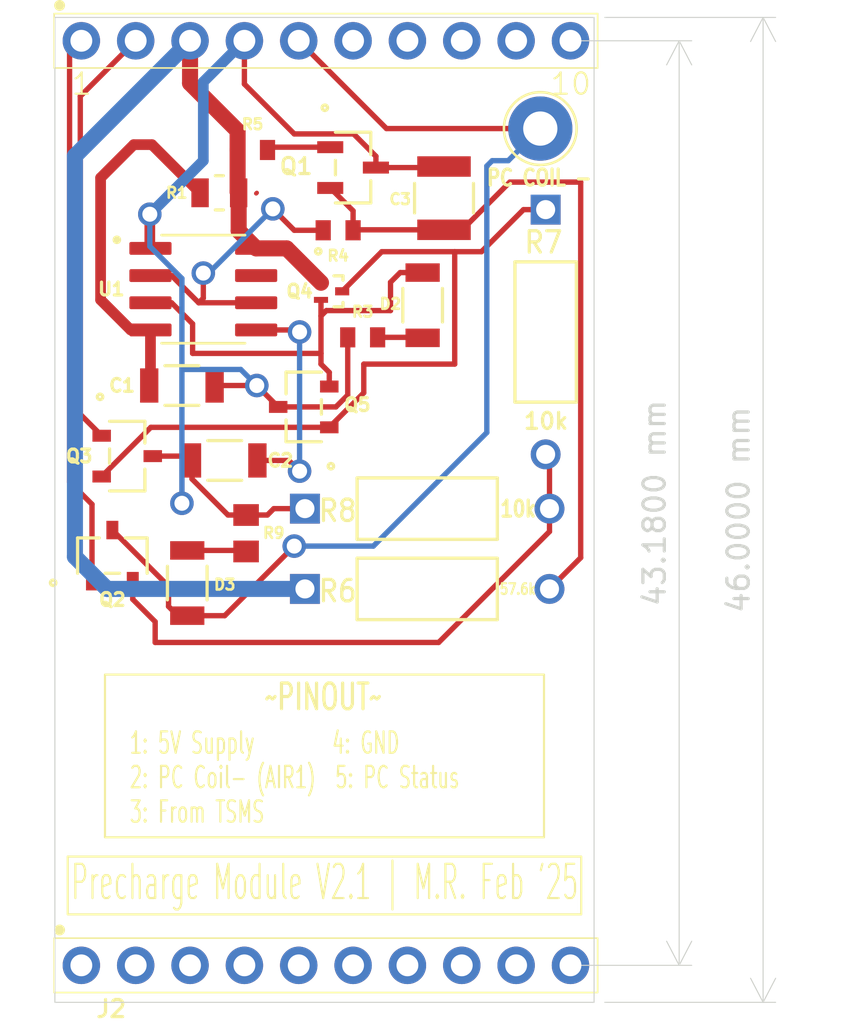
<source format=kicad_pcb>
(kicad_pcb (version 20240108) (generator "pcbnew") (generator_version "8.0")
  (layers (0 "F.Cu" signal) (31 "B.Cu" signal) (34 "B.Paste" user) (35 "F.Paste" user) (36 "B.SilkS" user "B.Silkscreen") (37 "F.SilkS" user "F.Silkscreen") (38 "B.Mask" user) (39 "F.Mask" user) (44 "Edge.Cuts" user))
  (net 0 "")
  (net 1 "Net-(Q1-C)")
  (net 2 "Net-(U1-CV)")
  (net 3 "Net-(U1-R)")
  (net 4 "Net-(D2-K)")
  (net 5 "Net-(D2-A)")
  (net 6 "Net-(D3-A)")
  (net 7 "Net-(D3-K)")
  (net 8 "Net-(Q2-D)")
  (net 10 "Net-(Q3-D)")
  (net 12 "Net-(Q1-E)")
  (net 13 "Net-(Q1-B)")
  (net 14 "Net-(Q2-G)")
  (net 15 "Net-(U1-THR)")
  (net 17 "Net-(Q4-D)")
  (net 18 "Net-(Q3-G)")
  (footprint "Yellow RTDS LED:LED_AP3216SYD_KNB" (layer "F.Cu") (at 55.75 50.726 -90)
    (property "Reference" "D3" (at 0.074 -1.75 0) (layer "F.SilkS") (effects (font (size 0.5 0.5) (thickness 0.125))))
    (property "Value" "LED (Test)")
    (fp_line (start -0.78465 0.9271) (end 0.78465 0.9271) (stroke (width 0.1524)) (layer "F.SilkS"))
    (fp_line (start 0.78465 -0.9271) (end -0.78465 -0.9271) (stroke (width 0.1524)) (layer "F.SilkS"))
    (pad "1" smd rect (at -1.524 0 270) (size 0.8636 1.6002) (layers "F.Cu" "F.Paste" "F.Mask") (net 7 "Net-(D3-K)"))
    (pad "2" smd rect (at 1.524 0 270) (size 0.8636 1.6002) (layers "F.Cu" "F.Paste" "F.Mask") (net 6 "Net-(D3-A)"))
  )
  (footprint "PMOS:VESM_TOS" (layer "F.Cu") (at 62.4953 37.09995 -90)
    (property "Reference" "Q4" (at 0.00005 1.4953 0) (layer "F.SilkS") (effects (font (size 0.6 0.6))))
    (property "Value" "PMOS")
    (fp_line (start 0.7239 -0.112037) (end 0.7239 -0.5334) (stroke (width 0.1524)) (layer "F.SilkS"))
    (fp_line (start -0.7239 -0.5334) (end -0.7239 -0.112037) (stroke (width 0.1524)) (layer "F.SilkS"))
    (fp_line (start -0.52324 -0.5334) (end -0.7239 -0.5334) (stroke (width 0.1524)) (layer "F.SilkS"))
    (fp_line (start 0.7239 -0.5334) (end 0.52324 -0.5334) (stroke (width 0.1524)) (layer "F.SilkS"))
    (fp_circle (center -1.8669 0.6223) (end -1.7399 0.6223) (stroke (width 0.1524)) (fill none) (layer "F.SilkS"))
    (pad "1" smd rect (at -0.40005 0.4953 270) (size 0.2794 0.6604) (layers "F.Cu" "F.Paste" "F.Mask") (net 17 "Net-(Q4-D)"))
    (pad "2" smd rect (at 0.40005 0.4953 270) (size 0.2794 0.6604) (layers "F.Cu" "F.Paste" "F.Mask") (net 5 "Net-(D2-A)"))
    (pad "3" smd rect (at 0 -0.4953 270) (size 0.381 0.6604) (layers "F.Cu" "F.Paste" "F.Mask") (net 18 "Net-(Q3-G)"))
  )
  (footprint "CF14JT10K0:STA_CF14_STP" (layer "F.Cu") (at 61.25 51)
    (property "Reference" "R6" (at 1.53 0.1 0) (layer "F.SilkS") (effects (font (size 1 0.9))))
    (property "Value" "57.6k")
    (fp_line (start 2.4384 -1.4351) (end 2.4384 1.4351) (stroke (width 0.1524)) (layer "F.SilkS"))
    (fp_line (start 2.4384 1.4351) (end 8.9916 1.4351) (stroke (width 0.1524)) (layer "F.SilkS"))
    (fp_line (start 8.9916 -1.4351) (end 2.4384 -1.4351) (stroke (width 0.1524)) (layer "F.SilkS"))
    (fp_line (start 8.9916 1.4351) (end 8.9916 -1.4351) (stroke (width 0.1524)) (layer "F.SilkS"))
    (pad "1" thru_hole rect (at 0 0) (size 1.397 1.397) (drill 0.889) (layers "*.Cu" "*.Mask") (net 17 "Net-(Q4-D)"))
    (pad "2" thru_hole circle (at 11.43 0) (size 1.397 1.397) (drill 0.889) (layers "*.Cu" "*.Mask") (net 12 "Net-(Q1-E)"))
  )
  (footprint "NMOS:SOT23_INF" (layer "F.Cu") (at 52.25 49.4438)
    (property "Reference" "Q2" (at 0 2.0562 0) (layer "F.SilkS") (effects (font (size 0.6 0.6))))
    (property "Value" "NMOS")
    (fp_line (start -1.6256 -0.8255) (end -1.6256 0.8255) (stroke (width 0.1524)) (layer "F.SilkS"))
    (fp_line (start -0.61214 -0.8255) (end -1.6256 -0.8255) (stroke (width 0.1524)) (layer "F.SilkS"))
    (fp_line (start -0.34036 0.8255) (end 0.34036 0.8255) (stroke (width 0.1524)) (layer "F.SilkS"))
    (fp_line (start 1.6256 -0.8255) (end 0.61214 -0.8255) (stroke (width 0.1524)) (layer "F.SilkS"))
    (fp_line (start 1.6256 0.8255) (end 1.6256 -0.8255) (stroke (width 0.1524)) (layer "F.SilkS"))
    (fp_circle (center -2.7686 1.27) (end -2.6416 1.27) (stroke (width 0.1524)) (fill none) (layer "F.SilkS"))
    (pad "1" smd rect (at -0.9525 1.1938) (size 0.5588 0.8636) (layers "F.Cu" "F.Paste" "F.Mask") (net 8 "Net-(Q2-D)"))
    (pad "2" smd rect (at 0.9525 1.1938) (size 0.5588 0.8636) (layers "F.Cu" "F.Paste" "F.Mask") (net 14 "Net-(Q2-G)"))
    (pad "3" smd rect (at 0 -1.1938) (size 0.5588 0.8636) (layers "F.Cu" "F.Paste" "F.Mask") (net 6 "Net-(D3-A)"))
  )
  (footprint "TestPoint:TestPoint_Loop_D2.60mm_Drill1.6mm_Beaded" (layer "F.Cu") (at 72.25 29.5)
    (property "Reference" "PC COIL -" (at -0.05 2.3 0) (layer "F.SilkS") (effects (font (size 0.75 0.6))))
    (property "Value" "TestPoint")
    (fp_circle (center 0 0) (end 1.7 0) (stroke (width 0.12)) (fill none) (layer "F.SilkS"))
    (pad "1" thru_hole circle (at 0 0) (size 3 3) (drill 1.6) (layers "*.Cu" "*.Mask") (net 6 "Net-(D3-A)"))
  )
  (footprint "Transistor:SOT-23_MCC" (layer "F.Cu") (at 63.5 31.3215 -90)
    (property "Reference" "Q1" (at -0.0609 2.663 0) (layer "F.SilkS") (effects (font (size 0.75 0.75))))
    (property "Value" "SS8550")
    (fp_line (start -0.34036 0.8255) (end 0.34036 0.8255) (stroke (width 0.1524)) (layer "F.SilkS"))
    (fp_line (start 1.651 0.8255) (end 1.651 -0.8255) (stroke (width 0.1524)) (layer "F.SilkS"))
    (fp_line (start -1.651 -0.8255) (end -1.651 0.8255) (stroke (width 0.1524)) (layer "F.SilkS"))
    (fp_line (start -0.61214 -0.8255) (end -1.651 -0.8255) (stroke (width 0.1524)) (layer "F.SilkS"))
    (fp_line (start 1.651 -0.8255) (end 0.61214 -0.8255) (stroke (width 0.1524)) (layer "F.SilkS"))
    (fp_circle (center -2.794 1.3208) (end -2.667 1.3208) (stroke (width 0.1524)) (fill none) (layer "F.SilkS"))
    (pad "1" smd rect (at -0.9525 1.0668 270) (size 0.5588 1.2192) (layers "F.Cu" "F.Paste" "F.Mask") (net 13 "Net-(Q1-B)"))
    (pad "2" smd rect (at 0.9525 1.0668 270) (size 0.5588 1.2192) (layers "F.Cu" "F.Paste" "F.Mask") (net 12 "Net-(Q1-E)"))
    (pad "3" smd rect (at 0 -1.0668 270) (size 0.5588 1.2192) (layers "F.Cu" "F.Paste" "F.Mask") (net 1 "Net-(Q1-C)"))
  )
  (footprint "1k Resistor:STA_RMCF0603_STP" (layer "F.Cu") (at 63.9485 39.25 180)
    (property "Reference" "R3" (at 0 1.1916 0) (layer "F.SilkS") (effects (font (size 0.5 0.5) (thickness 0.125))))
    (property "Value" "1k")
    (pad "1" smd rect (at -0.6985 0 180) (size 0.7112 0.9398) (layers "F.Cu" "F.Paste" "F.Mask") (net 4 "Net-(D2-K)"))
    (pad "2" smd rect (at 0.6985 0 180) (size 0.7112 0.9398) (layers "F.Cu" "F.Paste" "F.Mask") (net 1 "Net-(Q1-C)"))
  )
  (footprint "Capacitor 47u:CAP_CL32_SAM" (layer "F.Cu") (at 67.75 32.75 90)
    (property "Reference" "C3" (at -0.05 -2.05 0) (layer "F.SilkS") (effects (font (size 0.5 0.5) (thickness 0.125))))
    (property "Value" "47u")
    (fp_line (start 0.692451 -1.377) (end -0.692451 -1.377) (stroke (width 0.1524)) (layer "F.SilkS"))
    (fp_line (start -0.692451 1.377) (end 0.692451 1.377) (stroke (width 0.1524)) (layer "F.SilkS"))
    (pad "1" smd rect (at -1.477801 0 90) (size 0.9556 2.5) (layers "F.Cu" "F.Paste" "F.Mask") (net 12 "Net-(Q1-E)"))
    (pad "2" smd rect (at 1.477801 0 90) (size 0.9556 2.5) (layers "F.Cu" "F.Paste" "F.Mask") (net 1 "Net-(Q1-C)"))
  )
  (footprint "NMOS:SOT23_INF" (layer "F.Cu") (at 61.1938 42.5 90)
    (property "Reference" "Q5" (at 0.1 2.5062 0) (layer "F.SilkS") (effects (font (size 0.6 0.6))))
    (property "Value" "NMOS")
    (fp_line (start 1.6256 -0.8255) (end 0.61214 -0.8255) (stroke (width 0.1524)) (layer "F.SilkS"))
    (fp_line (start -0.61214 -0.8255) (end -1.6256 -0.8255) (stroke (width 0.1524)) (layer "F.SilkS"))
    (fp_line (start -1.6256 -0.8255) (end -1.6256 0.8255) (stroke (width 0.1524)) (layer "F.SilkS"))
    (fp_line (start 1.6256 0.8255) (end 1.6256 -0.8255) (stroke (width 0.1524)) (layer "F.SilkS"))
    (fp_line (start -0.34036 0.8255) (end 0.34036 0.8255) (stroke (width 0.1524)) (layer "F.SilkS"))
    (fp_circle (center -2.7686 1.27) (end -2.6416 1.27) (stroke (width 0.1524)) (fill none) (layer "F.SilkS"))
    (pad "1" smd rect (at -0.9525 1.1938 90) (size 0.5588 0.8636) (layers "F.Cu" "F.Paste" "F.Mask") (net 18 "Net-(Q3-G)"))
    (pad "2" smd rect (at 0.9525 1.1938 90) (size 0.5588 0.8636) (layers "F.Cu" "F.Paste" "F.Mask") (net 5 "Net-(D2-A)"))
    (pad "3" smd rect (at 0 -1.1938 90) (size 0.5588 0.8636) (layers "F.Cu" "F.Paste" "F.Mask") (net 1 "Net-(Q1-C)"))
  )
  (footprint "Yellow RTDS LED:LED_AP3216SYD_KNB" (layer "F.Cu") (at 66.75 37.75 90)
    (property "Reference" "D2" (at 0.061 -1.5084 0) (layer "F.SilkS") (effects (font (size 0.5 0.5) (thickness 0.125))))
    (property "Value" "3 second timer")
    (fp_line (start 0.78465 -0.9271) (end -0.78465 -0.9271) (stroke (width 0.1524)) (layer "F.SilkS"))
    (fp_line (start -0.78465 0.9271) (end 0.78465 0.9271) (stroke (width 0.1524)) (layer "F.SilkS"))
    (pad "1" smd rect (at -1.524 0 90) (size 0.8636 1.6002) (layers "F.Cu" "F.Paste" "F.Mask") (net 4 "Net-(D2-K)"))
    (pad "2" smd rect (at 1.524 0 90) (size 0.8636 1.6002) (layers "F.Cu" "F.Paste" "F.Mask") (net 5 "Net-(D2-A)"))
  )
  (footprint "150 Ohm resistor:RC0805N_YAG" (layer "F.Cu") (at 58.5 48.3991 -90)
    (property "Reference" "R9" (at -0.012 -1.2916 0) (layer "F.SilkS") (effects (font (size 0.5 0.5) (thickness 0.125))))
    (property "Value" "150R")
    (pad "1" smd rect (at -0.8509 0 270) (size 1.016 1.1938) (layers "F.Cu" "F.Paste" "F.Mask") (net 1 "Net-(Q1-C)"))
    (pad "2" smd rect (at 0.8509 0 270) (size 1.016 1.1938) (layers "F.Cu" "F.Paste" "F.Mask") (net 7 "Net-(D3-K)"))
  )
  (footprint "CF14JT10K0:STA_CF14_STP" (layer "F.Cu") (at 61.25 47.25)
    (property "Reference" "R8" (at 1.53 0.1 0) (layer "F.SilkS") (effects (font (size 1 0.9))))
    (property "Value" "10k")
    (fp_line (start 2.4384 -1.4351) (end 2.4384 1.4351) (stroke (width 0.1524)) (layer "F.SilkS"))
    (fp_line (start 2.4384 1.4351) (end 8.9916 1.4351) (stroke (width 0.1524)) (layer "F.SilkS"))
    (fp_line (start 8.9916 -1.4351) (end 2.4384 -1.4351) (stroke (width 0.1524)) (layer "F.SilkS"))
    (fp_line (start 8.9916 1.4351) (end 8.9916 -1.4351) (stroke (width 0.1524)) (layer "F.SilkS"))
    (pad "1" thru_hole rect (at 0 0) (size 1.397 1.397) (drill 0.889) (layers "*.Cu" "*.Mask") (net 1 "Net-(Q1-C)"))
    (pad "2" thru_hole circle (at 11.43 0) (size 1.397 1.397) (drill 0.889) (layers "*.Cu" "*.Mask") (net 14 "Net-(Q2-G)"))
  )
  (footprint "0.1 C:CAP_CL31_SAM" (layer "F.Cu") (at 55.5 41.5)
    (property "Reference" "C1" (at -2.8 0 0) (layer "F.SilkS") (effects (font (size 0.6 0.6))))
    (property "Value" "0.1u")
    (fp_line (start -0.792451 0.927) (end 0.792451 0.927) (stroke (width 0.1524)) (layer "F.SilkS"))
    (fp_line (start 0.792451 -0.927) (end -0.792451 -0.927) (stroke (width 0.1524)) (layer "F.SilkS"))
    (pad "1" smd rect (at -1.527801 0) (size 0.8556 1.6) (layers "F.Cu" "F.Paste" "F.Mask") (net 3 "Net-(U1-R)"))
    (pad "2" smd rect (at 1.527801 0) (size 0.8556 1.6) (layers "F.Cu" "F.Paste" "F.Mask") (net 1 "Net-(Q1-C)"))
  )
  (footprint "0.1 C:CAP_CL31_SAM" (layer "F.Cu") (at 57.5 45 180)
    (property "Reference" "C2" (at -2.6 0 0) (layer "F.SilkS") (effects (font (size 0.6 0.6))))
    (property "Value" "0.1u")
    (fp_line (start 0.792451 -0.927) (end -0.792451 -0.927) (stroke (width 0.1524)) (layer "F.SilkS"))
    (fp_line (start -0.792451 0.927) (end 0.792451 0.927) (stroke (width 0.1524)) (layer "F.SilkS"))
    (pad "1" smd rect (at -1.527801 0 180) (size 0.8556 1.6) (layers "F.Cu" "F.Paste" "F.Mask") (net 2 "Net-(U1-CV)"))
    (pad "2" smd rect (at 1.527801 0 180) (size 0.8556 1.6) (layers "F.Cu" "F.Paste" "F.Mask") (net 1 "Net-(Q1-C)"))
  )
  (footprint "1k Resistor:STA_RMCF0603_STP" (layer "F.Cu") (at 58.8015 30.5)
    (property "Reference" "R5" (at 0 -1.2 0) (layer "F.SilkS") (effects (font (size 0.5 0.5) (thickness 0.125))))
    (property "Value" "1k")
    (pad "1" smd rect (at -0.6985 0) (size 0.7112 0.9398) (layers "F.Cu" "F.Paste" "F.Mask") (net 17 "Net-(Q4-D)"))
    (pad "2" smd rect (at 0.6985 0) (size 0.7112 0.9398) (layers "F.Cu" "F.Paste" "F.Mask") (net 13 "Net-(Q1-B)"))
  )
  (footprint "CF14JT10K0:STA_CF14_STP" (layer "F.Cu") (at 72.5 33.285 -90)
    (property "Reference" "R7" (at 1.53 0.1 0) (layer "F.SilkS") (effects (font (size 1 0.9))))
    (property "Value" "10k")
    (fp_line (start 2.4384 1.4351) (end 8.9916 1.4351) (stroke (width 0.1524)) (layer "F.SilkS"))
    (fp_line (start 8.9916 1.4351) (end 8.9916 -1.4351) (stroke (width 0.1524)) (layer "F.SilkS"))
    (fp_line (start 2.4384 -1.4351) (end 2.4384 1.4351) (stroke (width 0.1524)) (layer "F.SilkS"))
    (fp_line (start 8.9916 -1.4351) (end 2.4384 -1.4351) (stroke (width 0.1524)) (layer "F.SilkS"))
    (pad "1" thru_hole rect (at 0 0 270) (size 1.397 1.397) (drill 0.889) (layers "*.Cu" "*.Mask") (net 18 "Net-(Q3-G)"))
    (pad "2" thru_hole circle (at 11.43 0 270) (size 1.397 1.397) (drill 0.889) (layers "*.Cu" "*.Mask") (net 14 "Net-(Q2-G)"))
  )
  (footprint "1k Resistor:STA_RMCF0603_STP" (layer "F.Cu") (at 62.8015 34.25)
    (property "Reference" "R4" (at 0 1.1916 0) (layer "F.SilkS") (effects (font (size 0.5 0.5) (thickness 0.125))))
    (property "Value" "1k")
    (pad "1" smd rect (at -0.6985 0) (size 0.7112 0.9398) (layers "F.Cu" "F.Paste" "F.Mask") (net 15 "Net-(U1-THR)"))
    (pad "2" smd rect (at 0.6985 0) (size 0.7112 0.9398) (layers "F.Cu" "F.Paste" "F.Mask") (net 12 "Net-(Q1-E)"))
  )
  (footprint "10 pin output:1X10-2.54MM-THT" (layer "F.Cu") (at 50.8 68.58)
    (property "Reference" "J2" (at 1.397 2.032 0) (layer "F.SilkS") (effects (font (size 0.8 0.8))))
    (property "Value" "PH1-10-UA")
    (fp_line (start -1.27 -1.27) (end -1.27 1.27) (stroke (width 0.0762)) (layer "F.SilkS"))
    (fp_line (start -1.27 -1.27) (end 24.13 -1.27) (stroke (width 0.0762)) (layer "F.SilkS"))
    (fp_line (start 24.13 -1.27) (end 24.13 1.27) (stroke (width 0.0762)) (layer "F.SilkS"))
    (fp_line (start 24.13 1.27) (end -1.27 1.27) (stroke (width 0.0762)) (layer "F.SilkS"))
    (fp_circle (center -1.016 -1.651) (end -0.762 -1.651) (fill solid) (layer "F.SilkS"))
    (pad "1" thru_hole circle (at 0 0) (size 1.75 1.75) (drill 1.02) (layers "*.Cu" "*.Mask"))
    (pad "2" thru_hole circle (at 2.54 0) (size 1.75 1.75) (drill 1.02) (layers "*.Cu" "*.Mask"))
    (pad "3" thru_hole circle (at 5.08 0) (size 1.75 1.75) (drill 1.02) (layers "*.Cu" "*.Mask"))
    (pad "4" thru_hole circle (at 7.62 0) (size 1.75 1.75) (drill 1.02) (layers "*.Cu" "*.Mask"))
    (pad "5" thru_hole circle (at 10.16 0) (size 1.75 1.75) (drill 1.02) (layers "*.Cu" "*.Mask"))
    (pad "6" thru_hole circle (at 12.7 0) (size 1.75 1.75) (drill 1.02) (layers "*.Cu" "*.Mask"))
    (pad "7" thru_hole circle (at 15.24 0) (size 1.75 1.75) (drill 1.02) (layers "*.Cu" "*.Mask"))
    (pad "8" thru_hole circle (at 17.78 0) (size 1.75 1.75) (drill 1.02) (layers "*.Cu" "*.Mask"))
    (pad "9" thru_hole circle (at 20.32 0) (size 1.75 1.75) (drill 1.02) (layers "*.Cu" "*.Mask"))
    (pad "10" thru_hole circle (at 22.86 0) (size 1.75 1.75) (drill 1.02) (layers "*.Cu" "*.Mask"))
  )
  (footprint "555 Timer:SOIC127P599X175-8N" (layer "F.Cu") (at 56.5 37)
    (property "Reference" "U1" (at -4.3 0 0) (layer "F.SilkS") (effects (font (size 0.6 0.6))))
    (property "Value" "NE555D")
    (fp_line (start -1.95 -2.525) (end 1.95 -2.525) (stroke (width 0.127)) (layer "F.SilkS"))
    (fp_line (start -1.95 2.525) (end 1.95 2.525) (stroke (width 0.127)) (layer "F.SilkS"))
    (fp_circle (center -4.04 -2.305) (end -3.94 -2.305) (stroke (width 0.2)) (fill none) (layer "F.SilkS"))
    (pad "1" smd roundrect (at -2.47 -1.905) (size 1.97 0.6) (layers "F.Cu" "F.Paste" "F.Mask") (roundrect_rratio 0.125) (net 1 "Net-(Q1-C)"))
    (pad "2" smd roundrect (at -2.47 -0.635) (size 1.97 0.6) (layers "F.Cu" "F.Paste" "F.Mask") (roundrect_rratio 0.125) (net 15 "Net-(U1-THR)"))
    (pad "3" smd roundrect (at -2.47 0.635) (size 1.97 0.6) (layers "F.Cu" "F.Paste" "F.Mask") (roundrect_rratio 0.125) (net 5 "Net-(D2-A)"))
    (pad "4" smd roundrect (at -2.47 1.905) (size 1.97 0.6) (layers "F.Cu" "F.Paste" "F.Mask") (roundrect_rratio 0.125) (net 3 "Net-(U1-R)"))
    (pad "5" smd roundrect (at 2.47 1.905) (size 1.97 0.6) (layers "F.Cu" "F.Paste" "F.Mask") (roundrect_rratio 0.125) (net 2 "Net-(U1-CV)"))
    (pad "6" smd roundrect (at 2.47 0.635) (size 1.97 0.6) (layers "F.Cu" "F.Paste" "F.Mask") (roundrect_rratio 0.125) (net 15 "Net-(U1-THR)"))
    (pad "7" smd roundrect (at 2.47 -0.635) (size 1.97 0.6) (layers "F.Cu" "F.Paste" "F.Mask") (roundrect_rratio 0.125))
    (pad "8" smd roundrect (at 2.47 -1.905) (size 1.97 0.6) (layers "F.Cu" "F.Paste" "F.Mask") (roundrect_rratio 0.125) (net 17 "Net-(Q4-D)"))
  )
  (footprint "22k resistor:STA_RMCF0805_STP" (layer "F.Cu") (at 57.25 32.5)
    (property "Reference" "R1" (at -1.9916 0 0) (layer "F.SilkS") (effects (font (size 0.5 0.5) (thickness 0.125))))
    (property "Value" "22k")
    (fp_line (start -0.18775 0.8001) (end 0.18775 0.8001) (stroke (width 0.1524)) (layer "F.SilkS"))
    (fp_line (start 0.18775 -0.8001) (end -0.18775 -0.8001) (stroke (width 0.1524)) (layer "F.SilkS"))
    (pad "1" smd rect (at -0.9017 0) (size 0.8128 1.3462) (layers "F.Cu" "F.Paste" "F.Mask") (net 3 "Net-(U1-R)"))
    (pad "2" smd rect (at 0.9017 0) (size 0.8128 1.3462) (layers "F.Cu" "F.Paste" "F.Mask") (net 17 "Net-(Q4-D)"))
  )
  (footprint "10 pin output:1X10-2.54MM-THT" (layer "F.Cu") (at 50.8 25.4)
    (property "Reference" "J1" (hide yes))
    (property "Value" "PH1-10-UA")
    (fp_line (start -1.27 -1.27) (end -1.27 1.27) (stroke (width 0.0762)) (layer "F.SilkS"))
    (fp_line (start -1.27 -1.27) (end 24.13 -1.27) (stroke (width 0.0762)) (layer "F.SilkS"))
    (fp_line (start 24.13 -1.27) (end 24.13 1.27) (stroke (width 0.0762)) (layer "F.SilkS"))
    (fp_line (start 24.13 1.27) (end -1.27 1.27) (stroke (width 0.0762)) (layer "F.SilkS"))
    (fp_circle (center -1.016 -1.651) (end -0.762 -1.651) (fill solid) (layer "F.SilkS"))
    (pad "1" thru_hole circle (at 0 0) (size 1.75 1.75) (drill 1.02) (layers "*.Cu" "*.Mask") (net 8 "Net-(Q2-D)"))
    (pad "2" thru_hole circle (at 2.54 0) (size 1.75 1.75) (drill 1.02) (layers "*.Cu" "*.Mask") (net 10 "Net-(Q3-D)"))
    (pad "3" thru_hole circle (at 5.08 0) (size 1.75 1.75) (drill 1.02) (layers "*.Cu" "*.Mask") (net 17 "Net-(Q4-D)"))
    (pad "4" thru_hole circle (at 7.62 0) (size 1.75 1.75) (drill 1.02) (layers "*.Cu" "*.Mask") (net 1 "Net-(Q1-C)"))
    (pad "5" thru_hole circle (at 10.16 0) (size 1.75 1.75) (drill 1.02) (layers "*.Cu" "*.Mask") (net 6 "Net-(D3-A)"))
    (pad "6" thru_hole circle (at 12.7 0) (size 1.75 1.75) (drill 1.02) (layers "*.Cu" "*.Mask"))
    (pad "7" thru_hole circle (at 15.24 0) (size 1.75 1.75) (drill 1.02) (layers "*.Cu" "*.Mask"))
    (pad "8" thru_hole circle (at 17.78 0) (size 1.75 1.75) (drill 1.02) (layers "*.Cu" "*.Mask"))
    (pad "9" thru_hole circle (at 20.32 0) (size 1.75 1.75) (drill 1.02) (layers "*.Cu" "*.Mask"))
    (pad "10" thru_hole circle (at 22.86 0) (size 1.75 1.75) (drill 1.02) (layers "*.Cu" "*.Mask"))
  )
  (footprint "NMOS:SOT23_INF" (layer "F.Cu") (at 52.9438 44.7975 -90)
    (property "Reference" "Q3" (at 0.0025 2.2438 0) (layer "F.SilkS") (effects (font (size 0.6 0.6))))
    (property "Value" "NMOS")
    (fp_line (start -0.34036 0.8255) (end 0.34036 0.8255) (stroke (width 0.1524)) (layer "F.SilkS"))
    (fp_line (start 1.6256 0.8255) (end 1.6256 -0.8255) (stroke (width 0.1524)) (layer "F.SilkS"))
    (fp_line (start -1.6256 -0.8255) (end -1.6256 0.8255) (stroke (width 0.1524)) (layer "F.SilkS"))
    (fp_line (start -0.61214 -0.8255) (end -1.6256 -0.8255) (stroke (width 0.1524)) (layer "F.SilkS"))
    (fp_line (start 1.6256 -0.8255) (end 0.61214 -0.8255) (stroke (width 0.1524)) (layer "F.SilkS"))
    (fp_circle (center -2.7686 1.27) (end -2.6416 1.27) (stroke (width 0.1524)) (fill none) (layer "F.SilkS"))
    (pad "1" smd rect (at -0.9525 1.1938 270) (size 0.5588 0.8636) (layers "F.Cu" "F.Paste" "F.Mask") (net 10 "Net-(Q3-D)"))
    (pad "2" smd rect (at 0.9525 1.1938 270) (size 0.5588 0.8636) (layers "F.Cu" "F.Paste" "F.Mask") (net 18 "Net-(Q3-G)"))
    (pad "3" smd rect (at 0 -1.1938 270) (size 0.5588 0.8636) (layers "F.Cu" "F.Paste" "F.Mask") (net 1 "Net-(Q1-C)"))
  )
  (gr_rect (start 51.903596 55) (end 72.422405 62.6) (stroke (width 0.1)) (fill none) (layer "F.SilkS"))
  (gr_rect (start 50.163 63.5) (end 74.163 66.2) (stroke (width 0.1)) (fill none) (layer "F.SilkS"))
  (gr_rect (start 49.563 24.3084) (end 74.763 70.3084) (stroke (width 0.05)) (fill none) (layer "Edge.Cuts"))
  (gr_text "1" (at 50.27381 28 0) (layer "F.SilkS") (effects (font (size 1 1) (thickness 0.1)) (justify left bottom)))
  (gr_text "1: 5V Supply	4: GND\n2: PC Coil- (AIR1)  5: PC Status\n3: From TSMS" (at 53.001572 62 0) (layer "F.SilkS") (effects (font (size 1 0.6) (thickness 0.1)) (justify left bottom)))
  (gr_text "10" (at 72.657619 28 0) (layer "F.SilkS") (effects (font (size 1 1) (thickness 0.1)) (justify left bottom)))
  (gr_text "10k\n" (at 70.3 47.7 0) (layer "F.SilkS") (effects (font (size 0.75 0.6) (thickness 0.15) (bold yes)) (justify left bottom)))
  (gr_text "10k\n" (at 71.4 43.6 0) (layer "F.SilkS") (effects (font (size 0.75 0.75) (thickness 0.15) (bold yes)) (justify left bottom)))
  (gr_text "Precharge Module V2.1 | M.R. Feb '25\n" (at 50.264427 65.6385 0) (layer "F.SilkS") (effects (font (size 1.6 0.8) (thickness 0.1)) (justify left bottom)))
  (gr_text "~PINOUT~" (at 59.294191 56.75 0) (layer "F.SilkS") (effects (font (size 1.2 0.8) (thickness 0.15) (bold yes)) (justify left bottom)))
  (gr_text "57.6k" (at 70.3 51.3 0) (layer "F.SilkS") (effects (font (size 0.5 0.4) (thickness 0.1) (bold yes)) (justify left bottom)))
  (dimension (type aligned) (layer "Edge.Cuts") (pts (xy 74.763 24.3084) (xy 74.763 70.3084)) (height -7.9) (gr_text "46.0000 mm" (at 81.513 47.3084 90) (layer "Edge.Cuts") (effects (font (size 1 1) (thickness 0.15)))) (format (prefix "") (suffix "") (units 3) (units_format 1) (precision 4)) (style (thickness 0.05) (arrow_length 1.27) (text_position_mode 0) (extension_height 0.58642) (extension_offset 0.5) keep_text_aligned))
  (dimension (type aligned) (layer "Edge.Cuts") (pts (xy 73.66 68.58) (xy 73.66 25.4)) (height 5.08) (gr_text "43.1800 mm" (at 77.59 46.99 90) (layer "Edge.Cuts") (effects (font (size 1 1) (thickness 0.15)))) (format (prefix "") (suffix "") (units 3) (units_format 1) (precision 4)) (style (thickness 0.05) (arrow_length 1.27) (text_position_mode 0) (extension_height 0.58642) (extension_offset 0.5) keep_text_aligned))
  (segment (start 58.5 47.5482) (end 57.6531 47.5482) (width 0.25) (layer "F.Cu") (net 1))
  (segment (start 59.7949 47.25) (end 59.4967 47.5482) (width 0.25) (layer "F.Cu") (net 1))
  (segment (start 58.42 27.42) (end 58.42 25.4) (width 0.25) (layer "F.Cu") (net 1))
  (segment (start 67.700699 31.3215) (end 67.75 31.272199) (width 0.25) (layer "F.Cu") (net 1))
  (segment (start 64.5668 31.3215) (end 64.5668 30.7921) (width 0.25) (layer "F.Cu") (net 1))
  (segment (start 63.25 39.25) (end 63.25 41.9463) (width 0.25) (layer "F.Cu") (net 1))
  (segment (start 55.769699 44.7975) (end 55.972199 45) (width 0.25) (layer "F.Cu") (net 1))
  (segment (start 63.25 41.9463) (end 62.6963 42.5) (width 0.25) (layer "F.Cu") (net 1))
  (segment (start 64.5668 30.7921) (end 63.5247 29.75) (width 0.25) (layer "F.Cu") (net 1))
  (segment (start 63.5247 29.75) (end 60.75 29.75) (width 0.25) (layer "F.Cu") (net 1))
  (segment (start 59 41.5) (end 60 42.5) (width 0.25) (layer "F.Cu") (net 1))
  (segment (start 55.5 45.472199) (end 55.972199 45) (width 0.25) (layer "F.Cu") (net 1))
  (segment (start 57.6531 47.5482) (end 55.972199 45.867299) (width 0.25) (layer "F.Cu") (net 1))
  (segment (start 54 35.065) (end 54.03 35.095) (width 0.25) (layer "F.Cu") (net 1))
  (segment (start 62.6963 42.5) (end 60 42.5) (width 0.25) (layer "F.Cu") (net 1))
  (segment (start 61.25 47.25) (end 59.7949 47.25) (width 0.25) (layer "F.Cu") (net 1))
  (segment (start 64.5668 31.3215) (end 67.700699 31.3215) (width 0.25) (layer "F.Cu") (net 1))
  (segment (start 55.972199 45.867299) (end 55.972199 45) (width 0.25) (layer "F.Cu") (net 1))
  (segment (start 54 33.5) (end 54 35.065) (width 0.5) (layer "F.Cu") (net 1))
  (segment (start 54.1376 44.7975) (end 55.769699 44.7975) (width 0.25) (layer "F.Cu") (net 1))
  (segment (start 57.027801 41.5) (end 59 41.5) (width 0.25) (layer "F.Cu") (net 1))
  (segment (start 55.5 47) (end 55.5 45.472199) (width 0.25) (layer "F.Cu") (net 1))
  (segment (start 60.75 29.75) (end 58.42 27.42) (width 0.25) (layer "F.Cu") (net 1))
  (segment (start 59.4967 47.5482) (end 58.5 47.5482) (width 0.25) (layer "F.Cu") (net 1))
  (via (at 55.5 47) (size 1.1) (drill 0.7) (layers "F.Cu" "B.Cu") (net 1))
  (via (at 54 33.5) (size 1.1) (drill 0.7) (layers "F.Cu" "B.Cu") (net 1))
  (via (at 59 41.5) (size 1.1) (drill 0.7) (layers "F.Cu" "B.Cu") (net 1))
  (segment (start 54 33.5) (end 54 35) (width 0.25) (layer "B.Cu") (net 1))
  (segment (start 54 33.5) (end 56.5 31) (width 0.5) (layer "B.Cu") (net 1))
  (segment (start 55.5 47) (end 55.5 40.75) (width 0.25) (layer "B.Cu") (net 1))
  (segment (start 56.5 27.32) (end 58.42 25.4) (width 0.5) (layer "B.Cu") (net 1))
  (segment (start 56.5 31) (end 56.5 27.32) (width 0.5) (layer "B.Cu") (net 1))
  (segment (start 54 35) (end 55.5 36.5) (width 0.25) (layer "B.Cu") (net 1))
  (segment (start 59 41.5) (end 58.25 40.75) (width 0.25) (layer "B.Cu") (net 1))
  (segment (start 55.5 36.5) (end 55.5 40.75) (width 0.25) (layer "B.Cu") (net 1))
  (segment (start 58.25 40.75) (end 55.5 40.75) (width 0.25) (layer "B.Cu") (net 1))
  (segment (start 60.5 45) (end 61 45.5) (width 0.25) (layer "F.Cu") (net 2))
  (segment (start 59.027801 45) (end 60.5 45) (width 0.25) (layer "F.Cu") (net 2))
  (segment (start 60.905 38.905) (end 61 39) (width 0.25) (layer "F.Cu") (net 2))
  (segment (start 58.97 38.905) (end 60.905 38.905) (width 0.25) (layer "F.Cu") (net 2))
  (via (at 61 39) (size 1.1) (drill 0.7) (layers "F.Cu" "B.Cu") (net 2))
  (via (at 61 45.5) (size 1.1) (drill 0.7) (layers "F.Cu" "B.Cu") (net 2))
  (segment (start 61 39) (end 61 45.5) (width 0.25) (layer "B.Cu") (net 2))
  (segment (start 54.03 38.905) (end 53.105 38.905) (width 0.5) (layer "F.Cu") (net 3))
  (segment (start 53.25 30.25) (end 54.0983 30.25) (width 0.5) (layer "F.Cu") (net 3))
  (segment (start 54.03 41.442199) (end 53.972199 41.5) (width 0.5) (layer "F.Cu") (net 3))
  (segment (start 54.0983 30.25) (end 56.3483 32.5) (width 0.5) (layer "F.Cu") (net 3))
  (segment (start 51.7 37.5) (end 51.7 31.8) (width 0.5) (layer "F.Cu") (net 3))
  (segment (start 54.03 38.905) (end 54.03 41.442199) (width 0.5) (layer "F.Cu") (net 3))
  (segment (start 51.7 31.8) (end 53.25 30.25) (width 0.5) (layer "F.Cu") (net 3))
  (segment (start 53.105 38.905) (end 51.7 37.5) (width 0.5) (layer "F.Cu") (net 3))
  (segment (start 66.726 39.25) (end 66.75 39.274) (width 0.25) (layer "F.Cu") (net 4))
  (segment (start 64.647 39.25) (end 66.726 39.25) (width 0.25) (layer "F.Cu") (net 4))
  (segment (start 62 40) (end 62 38.25) (width 0.25) (layer "F.Cu") (net 5))
  (segment (start 56 38.620001) (end 56 40) (width 0.25) (layer "F.Cu") (net 5))
  (segment (start 54.03 37.635) (end 55.014999 37.635) (width 0.25) (layer "F.Cu") (net 5))
  (segment (start 62 40.5) (end 62.3876 40.8876) (width 0.25) (layer "F.Cu") (net 5))
  (segment (start 62 40) (end 62 40.5) (width 0.25) (layer "F.Cu") (net 5))
  (segment (start 55.014999 37.635) (end 56 38.620001) (width 0.25) (layer "F.Cu") (net 5))
  (segment (start 62.25 38) (end 62 38.25) (width 0.25) (layer "F.Cu") (net 5))
  (segment (start 66.75 36.226) (end 65.6999 36.226) (width 0.25) (layer "F.Cu") (net 5))
  (segment (start 65.25 36.6759) (end 65.25 38) (width 0.25) (layer "F.Cu") (net 5))
  (segment (start 56 40) (end 62 40) (width 0.25) (layer "F.Cu") (net 5))
  (segment (start 62.3876 40.8876) (end 62.3876 41.5475) (width 0.25) (layer "F.Cu") (net 5))
  (segment (start 65.6999 36.226) (end 65.25 36.6759) (width 0.25) (layer "F.Cu") (net 5))
  (segment (start 65.25 38) (end 62.25 38) (width 0.25) (layer "F.Cu") (net 5))
  (segment (start 62 38.25) (end 62 37.5) (width 0.25) (layer "F.Cu") (net 5))
  (segment (start 54.8757 50.8757) (end 54.8757 51.819178) (width 0.25) (layer "F.Cu") (net 6))
  (segment (start 52.25 48.25) (end 54.8757 50.8757) (width 0.25) (layer "F.Cu") (net 6))
  (segment (start 65.06 29.5) (end 60.96 25.4) (width 0.25) (layer "F.Cu") (net 6))
  (segment (start 57.5 52.25) (end 60.75 49) (width 0.25) (layer "F.Cu") (net 6))
  (segment (start 55.75 52.25) (end 57.5 52.25) (width 0.25) (layer "F.Cu") (net 6))
  (segment (start 72.25 29.5) (end 65.06 29.5) (width 0.25) (layer "F.Cu") (net 6))
  (segment (start 55.306522 52.25) (end 55.75 52.25) (width 0.25) (layer "F.Cu") (net 6))
  (segment (start 54.8757 51.819178) (end 55.306522 52.25) (width 0.25) (layer "F.Cu") (net 6))
  (via (at 60.75 49) (size 1.1) (drill 0.7) (layers "F.Cu" "B.Cu") (net 6))
  (segment (start 69.75 43.697) (end 69.75 31.25) (width 0.25) (layer "B.Cu") (net 6))
  (segment (start 69.75 31.25) (end 70 31) (width 0.25) (layer "B.Cu") (net 6))
  (segment (start 60.75 49) (end 64.447 49) (width 0.25) (layer "B.Cu") (net 6))
  (segment (start 64.447 49) (end 69.75 43.697) (width 0.25) (layer "B.Cu") (net 6))
  (segment (start 70.75 31) (end 72.25 29.5) (width 0.25) (layer "B.Cu") (net 6))
  (segment (start 70 31) (end 70.75 31) (width 0.25) (layer "B.Cu") (net 6))
  (segment (start 58.452 49.202) (end 58.5 49.25) (width 0.25) (layer "F.Cu") (net 7))
  (segment (start 55.75 49.202) (end 58.452 49.202) (width 0.25) (layer "F.Cu") (net 7))
  (segment (start 50.25 25.95) (end 50.8 25.4) (width 0.25) (layer "F.Cu") (net 8))
  (segment (start 51.2975 47.0475) (end 50.25 46) (width 0.25) (layer "F.Cu") (net 8))
  (segment (start 50.25 46) (end 50.25 25.95) (width 0.25) (layer "F.Cu") (net 8))
  (segment (start 51.2975 50.6376) (end 51.2975 47.0475) (width 0.25) (layer "F.Cu") (net 8))
  (segment (start 53.34 25.4) (end 50.75 27.99) (width 0.25) (layer "F.Cu") (net 10))
  (segment (start 50.75 27.99) (end 50.75 42.845) (width 0.25) (layer "F.Cu") (net 10))
  (segment (start 50.75 42.845) (end 51.75 43.845) (width 0.25) (layer "F.Cu") (net 10))
  (segment (start 74.138 49.542) (end 74.138 32) (width 0.25) (layer "F.Cu") (net 12))
  (segment (start 62.4332 32.274) (end 63.5 33.3408) (width 0.25) (layer "F.Cu") (net 12))
  (segment (start 63.5 33.3408) (end 63.5 34.25) (width 0.25) (layer "F.Cu") (net 12))
  (segment (start 67.75 34.227801) (end 63.522199 34.227801) (width 0.25) (layer "F.Cu") (net 12))
  (segment (start 63.522199 34.227801) (end 63.5 34.25) (width 0.25) (layer "F.Cu") (net 12))
  (segment (start 74.138 32) (end 70.825179 32) (width 0.25) (layer "F.Cu") (net 12))
  (segment (start 68.597378 34.227801) (end 67.75 34.227801) (width 0.25) (layer "F.Cu") (net 12))
  (segment (start 70.825179 32) (end 68.597378 34.227801) (width 0.25) (layer "F.Cu") (net 12))
  (segment (start 72.68 51) (end 74.138 49.542) (width 0.25) (layer "F.Cu") (net 12))
  (segment (start 62.4332 30.369) (end 59.631 30.369) (width 0.25) (layer "F.Cu") (net 13))
  (segment (start 59.631 30.369) (end 59.5 30.5) (width 0.25) (layer "F.Cu") (net 13))
  (segment (start 54.25 52.5319) (end 54.25 53.5) (width 0.25) (layer "F.Cu") (net 14))
  (segment (start 54.25 53.5) (end 67.5 53.5) (width 0.25) (layer "F.Cu") (net 14))
  (segment (start 72.68 47.25) (end 72.68 44.895) (width 0.25) (layer "F.Cu") (net 14))
  (segment (start 53.2025 50.6376) (end 53.2025 51.4844) (width 0.25) (layer "F.Cu") (net 14))
  (segment (start 67.5 53.5) (end 72.68 48.32) (width 0.25) (layer "F.Cu") (net 14))
  (segment (start 53.2025 51.4844) (end 54.25 52.5319) (width 0.25) (layer "F.Cu") (net 14))
  (segment (start 72.68 44.895) (end 72.5 44.715) (width 0.25) (layer "F.Cu") (net 14))
  (segment (start 72.68 48.32) (end 72.68 47.25) (width 0.25) (layer "F.Cu") (net 14))
  (segment (start 60.75 34.25) (end 62.103 34.25) (width 0.25) (layer "F.Cu") (net 15))
  (segment (start 56.284999 37.635) (end 58.97 37.635) (width 0.25) (layer "F.Cu") (net 15))
  (segment (start 56.5 36.25) (end 56.5 37.419999) (width 0.25) (layer "F.Cu") (net 15))
  (segment (start 59.75 33.25) (end 60.75 34.25) (width 0.25) (layer "F.Cu") (net 15))
  (segment (start 54.03 36.365) (end 55.014999 36.365) (width 0.25) (layer "F.Cu") (net 15))
  (segment (start 56.5 37.419999) (end 56.284999 37.635) (width 0.25) (layer "F.Cu") (net 15))
  (segment (start 55.014999 36.365) (end 56.284999 37.635) (width 0.25) (layer "F.Cu") (net 15))
  (via (at 56.5 36.25) (size 1.1) (drill 0.7) (layers "F.Cu" "B.Cu") (net 15))
  (via (at 59.75 33.25) (size 1.1) (drill 0.7) (layers "F.Cu" "B.Cu") (net 15))
  (segment (start 59.75 33.25) (end 56.75 36.25) (width 0.25) (layer "B.Cu") (net 15))
  (segment (start 56.75 36.25) (end 56.5 36.25) (width 0.25) (layer "B.Cu") (net 15))
  (segment (start 58.1517 32.5) (end 58.1517 34.2767) (width 0.75) (layer "F.Cu") (net 17))
  (segment (start 58.1517 34.2767) (end 58.97 35.095) (width 0.75) (layer "F.Cu") (net 17))
  (segment (start 58.103 29.603) (end 58.103 30.5) (width 0.75) (layer "F.Cu") (net 17))
  (segment (start 55.88 27.38) (end 58.103 29.603) (width 0.75) (layer "F.Cu") (net 17))
  (segment (start 60.3951 35.095) (end 62 36.6999) (width 0.75) (layer "F.Cu") (net 17))
  (segment (start 58.97 32.53) (end 59 32.5) (width 0.2) (layer "F.Cu") (net 17))
  (segment (start 55.88 25.4) (end 55.88 27.38) (width 0.75) (layer "F.Cu") (net 17))
  (segment (start 58.103 30.5) (end 58.103 32.4513) (width 0.75) (layer "F.Cu") (net 17))
  (segment (start 58.97 35.095) (end 60.3951 35.095) (width 0.75) (layer "F.Cu") (net 17))
  (segment (start 58.103 32.4513) (end 58.1517 32.5) (width 0.75) (layer "F.Cu") (net 17))
  (segment (start 50.5 49.5) (end 50.5 30.78) (width 0.75) (layer "B.Cu") (net 17))
  (segment (start 52 51) (end 50.5 49.5) (width 0.75) (layer "B.Cu") (net 17))
  (segment (start 52 51) (end 61.25 51) (width 0.75) (layer "B.Cu") (net 17))
  (segment (start 55.88 25.4) (end 50.5 30.78) (width 0.75) (layer "B.Cu") (net 17))
  (segment (start 62.9906 37.09995) (end 64.84055 35.25) (width 0.25) (layer "F.Cu") (net 18))
  (segment (start 54.0475 43.4525) (end 62.3876 43.4525) (width 0.25) (layer "F.Cu") (net 18))
  (segment (start 68.25 40.5) (end 64 40.5) (width 0.25) (layer "F.Cu") (net 18))
  (segment (start 51.75 45.75) (end 54.0475 43.4525) (width 0.25) (layer "F.Cu") (net 18))
  (segment (start 64 40.5) (end 64 41.8401) (width 0.25) (layer "F.Cu") (net 18))
  (segment (start 69.5 35.25) (end 68.25 35.25) (width 0.25) (layer "F.Cu") (net 18))
  (segment (start 64 41.8401) (end 62.3876 43.4525) (width 0.25) (layer "F.Cu") (net 18))
  (segment (start 71.465 33.285) (end 69.5 35.25) (width 0.25) (layer "F.Cu") (net 18))
  (segment (start 68.25 35.25) (end 68.25 40.5) (width 0.25) (layer "F.Cu") (net 18))
  (segment (start 64.84055 35.25) (end 68.25 35.25) (width 0.25) (layer "F.Cu") (net 18))
  (segment (start 72.5 33.285) (end 71.465 33.285) (width 0.25) (layer "F.Cu") (net 18))
  (segment (start 72.5 32.785) (end 71.965 32.785) (width 0.25) (layer "F.Cu") (net 18))
)
</source>
